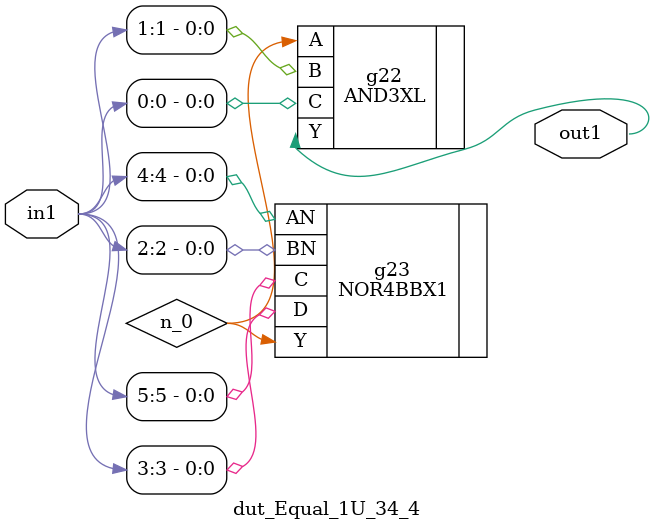
<source format=v>
`timescale 1ps / 1ps


module dut_Equal_1U_34_4(in1, out1);
  input [5:0] in1;
  output out1;
  wire [5:0] in1;
  wire out1;
  wire n_0;
  AND3XL g22(.A (n_0), .B (in1[1]), .C (in1[0]), .Y (out1));
  NOR4BBX1 g23(.AN (in1[4]), .BN (in1[2]), .C (in1[5]), .D (in1[3]), .Y
       (n_0));
endmodule



</source>
